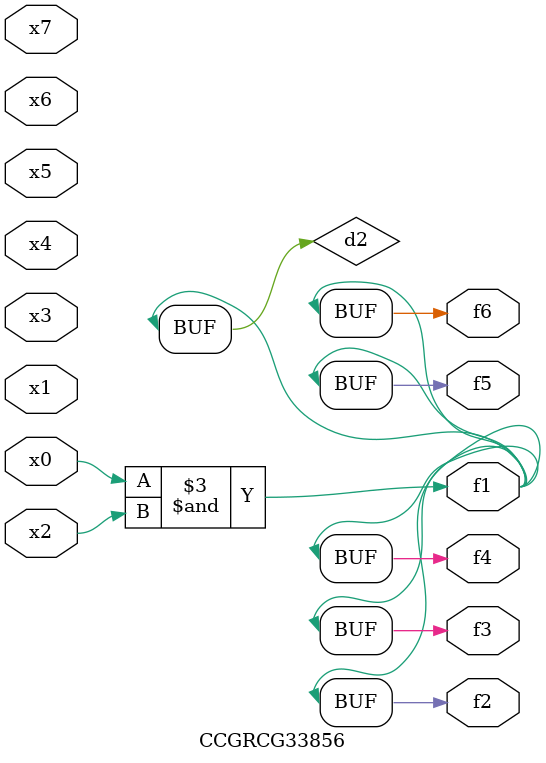
<source format=v>
module CCGRCG33856(
	input x0, x1, x2, x3, x4, x5, x6, x7,
	output f1, f2, f3, f4, f5, f6
);

	wire d1, d2;

	nor (d1, x3, x6);
	and (d2, x0, x2);
	assign f1 = d2;
	assign f2 = d2;
	assign f3 = d2;
	assign f4 = d2;
	assign f5 = d2;
	assign f6 = d2;
endmodule

</source>
